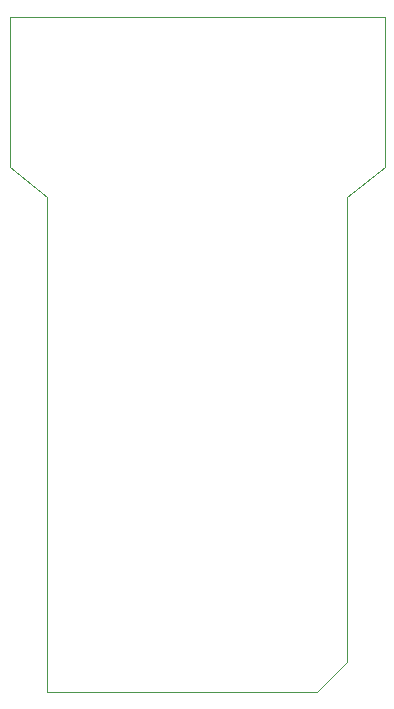
<source format=gbr>
G04 #@! TF.GenerationSoftware,KiCad,Pcbnew,(5.1.5)-3*
G04 #@! TF.CreationDate,2020-04-27T13:04:48+02:00*
G04 #@! TF.ProjectId,RS232_click,52533233-325f-4636-9c69-636b2e6b6963,rev?*
G04 #@! TF.SameCoordinates,Original*
G04 #@! TF.FileFunction,Profile,NP*
%FSLAX46Y46*%
G04 Gerber Fmt 4.6, Leading zero omitted, Abs format (unit mm)*
G04 Created by KiCad (PCBNEW (5.1.5)-3) date 2020-04-27 13:04:48*
%MOMM*%
%LPD*%
G04 APERTURE LIST*
%ADD10C,0.050000*%
G04 APERTURE END LIST*
D10*
X79375000Y-107950000D02*
X79375000Y-95250000D01*
X76200000Y-110490000D02*
X79375000Y-107950000D01*
X47625000Y-107950000D02*
X47625000Y-95250000D01*
X50800000Y-110490000D02*
X47625000Y-107950000D01*
X76200000Y-149860000D02*
X73660000Y-152400000D01*
X47625000Y-95250000D02*
X79375000Y-95250000D01*
X50800000Y-152400000D02*
X50800000Y-110490000D01*
X76200000Y-149860000D02*
X76200000Y-110490000D01*
X50800000Y-152400000D02*
X73660000Y-152400000D01*
M02*

</source>
